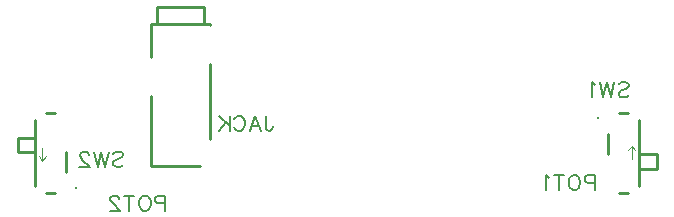
<source format=gbr>
G04 DipTrace 3.3.1.1*
G04 BottomSilk.gbr*
%MOIN*%
G04 #@! TF.FileFunction,Legend,Bot*
G04 #@! TF.Part,Single*
%ADD10C,0.009843*%
%ADD15C,0.003937*%
%ADD26C,0.01181*%
%ADD66C,0.00772*%
%FSLAX26Y26*%
G04*
G70*
G90*
G75*
G01*
G04 BotSilk*
%LPD*%
X984268Y1984983D2*
D10*
X787386D1*
Y1876735D1*
X984268Y1984983D2*
Y1983040D1*
Y1853087D2*
Y1601119D1*
X787386Y1746781D2*
Y1512577D1*
X950793D1*
X964557Y2044047D2*
X807096D1*
X964557D2*
Y1984983D1*
X807096Y2044047D2*
Y1984983D1*
X2413390Y1665340D2*
Y1444899D1*
X2377959Y1421274D2*
X2346451D1*
X2413390Y1551198D2*
X2472441D1*
Y1503947D1*
X2413390D1*
Y1551198D1*
X2377959Y1688965D2*
X2346451D1*
X2311020Y1618121D2*
Y1551198D1*
X2389769Y1537376D2*
D15*
Y1580706D1*
X2377959Y1564955D1*
X2389769Y1580706D2*
X2401580Y1564955D1*
D26*
X2277551Y1671254D3*
X401571Y1444899D2*
D10*
Y1665340D1*
X437002Y1688965D2*
X468509D1*
X401571Y1559041D2*
X342520D1*
Y1606292D1*
X401571D1*
Y1559041D1*
X437002Y1421274D2*
X468509D1*
X503940Y1492118D2*
Y1559041D1*
X425191Y1572863D2*
D15*
Y1529533D1*
X437002Y1545284D1*
X425191Y1529533D2*
X413381Y1545284D1*
D26*
X537409Y1438985D3*
X1169602Y1679770D2*
D66*
Y1641524D1*
X1171978Y1634339D1*
X1174410Y1631962D1*
X1179163Y1629530D1*
X1183972D1*
X1188725Y1631962D1*
X1191102Y1634339D1*
X1193533Y1641524D1*
Y1646277D1*
X1115861Y1629530D2*
X1135039Y1679770D1*
X1154162Y1629530D1*
X1146977Y1646277D2*
X1123046D1*
X1064551Y1667832D2*
X1066928Y1672585D1*
X1071736Y1677394D1*
X1076490Y1679770D1*
X1086051D1*
X1090860Y1677394D1*
X1095613Y1672585D1*
X1098045Y1667832D1*
X1100421Y1660647D1*
Y1648654D1*
X1098045Y1641524D1*
X1095613Y1636715D1*
X1090860Y1631962D1*
X1086051Y1629530D1*
X1076490D1*
X1071736Y1631962D1*
X1066928Y1636715D1*
X1064551Y1641524D1*
X1049112Y1679770D2*
Y1629530D1*
X1015619Y1679770D2*
X1049112Y1646277D1*
X1037174Y1658270D2*
X1015619Y1629530D1*
X2346731Y1784543D2*
X2351484Y1789352D1*
X2358669Y1791728D1*
X2368231D1*
X2375416Y1789352D1*
X2380225Y1784543D1*
Y1779790D1*
X2377793Y1774982D1*
X2375416Y1772605D1*
X2370663Y1770228D1*
X2356293Y1765420D1*
X2351484Y1763043D1*
X2349108Y1760612D1*
X2346731Y1755858D1*
Y1748673D1*
X2351484Y1743920D1*
X2358669Y1741488D1*
X2368231D1*
X2375416Y1743920D1*
X2380225Y1748673D1*
X2331292Y1791728D2*
X2319299Y1741488D1*
X2307360Y1791728D1*
X2295422Y1741488D1*
X2283429Y1791728D1*
X2267989Y1782111D2*
X2263181Y1784543D1*
X2255996Y1791673D1*
Y1741488D1*
X661221Y1553293D2*
X665975Y1558101D1*
X673160Y1560478D1*
X682721D1*
X689906Y1558101D1*
X694715Y1553293D1*
Y1548539D1*
X692283Y1543731D1*
X689906Y1541354D1*
X685153Y1538978D1*
X670783Y1534169D1*
X665975Y1531793D1*
X663598Y1529361D1*
X661221Y1524608D1*
Y1517423D1*
X665975Y1512670D1*
X673160Y1510238D1*
X682721D1*
X689906Y1512670D1*
X694715Y1517423D1*
X645782Y1560478D2*
X633789Y1510238D1*
X621850Y1560478D1*
X609912Y1510238D1*
X597919Y1560478D1*
X580048Y1548484D2*
Y1550861D1*
X577671Y1555669D1*
X575294Y1558046D1*
X570486Y1560422D1*
X560924D1*
X556171Y1558046D1*
X553795Y1555669D1*
X551363Y1550861D1*
Y1546108D1*
X553795Y1541299D1*
X558548Y1534169D1*
X582479Y1510238D1*
X548986D1*
X2266812Y1456365D2*
X2245256D1*
X2238127Y1458741D1*
X2235695Y1461173D1*
X2233318Y1465927D1*
Y1473112D1*
X2235695Y1477865D1*
X2238127Y1480297D1*
X2245256Y1482673D1*
X2266812D1*
Y1432433D1*
X2203509Y1482673D2*
X2208317Y1480297D1*
X2213071Y1475488D1*
X2215502Y1470735D1*
X2217879Y1463550D1*
Y1451556D1*
X2215502Y1444427D1*
X2213071Y1439618D1*
X2208317Y1434865D1*
X2203509Y1432433D1*
X2193947D1*
X2189194Y1434865D1*
X2184386Y1439618D1*
X2182009Y1444427D1*
X2179632Y1451556D1*
Y1463550D1*
X2182009Y1470735D1*
X2184386Y1475488D1*
X2189194Y1480297D1*
X2193947Y1482673D1*
X2203509D1*
X2147447D2*
Y1432433D1*
X2164193Y1482673D2*
X2130700D1*
X2115261Y1473056D2*
X2110452Y1475488D1*
X2103267Y1482618D1*
Y1432433D1*
X834943Y1387616D2*
X813388D1*
X806259Y1389992D1*
X803827Y1392424D1*
X801450Y1397177D1*
Y1404362D1*
X803827Y1409115D1*
X806259Y1411547D1*
X813388Y1413924D1*
X834943D1*
Y1363684D1*
X771641Y1413924D2*
X776449Y1411547D1*
X781202Y1406739D1*
X783634Y1401986D1*
X786011Y1394801D1*
Y1382807D1*
X783634Y1375677D1*
X781202Y1370869D1*
X776449Y1366116D1*
X771641Y1363684D1*
X762079D1*
X757326Y1366116D1*
X752517Y1370869D1*
X750141Y1375677D1*
X747764Y1382807D1*
Y1394801D1*
X750141Y1401986D1*
X752517Y1406739D1*
X757326Y1411547D1*
X762079Y1413924D1*
X771641D1*
X715578D2*
Y1363684D1*
X732325Y1413924D2*
X698832D1*
X680961Y1401930D2*
Y1404307D1*
X678584Y1409115D1*
X676207Y1411492D1*
X671399Y1413869D1*
X661837D1*
X657084Y1411492D1*
X654708Y1409115D1*
X652276Y1404307D1*
Y1399554D1*
X654708Y1394745D1*
X659461Y1387616D1*
X683392Y1363684D1*
X649899D1*
M02*

</source>
